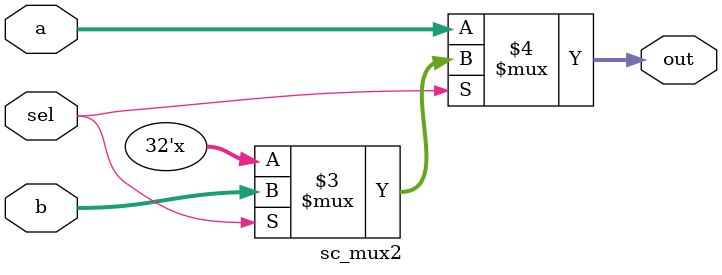
<source format=sv>
`timescale 1ns / 1ps

module sc_mux2 #(parameter N = 32)(
    input  logic [N-1:0] a, b,
    input  logic        sel,
    output logic [N-1:0] out
    );
    
    assign out = (sel == 0) ? a :
                 (sel == 1) ? b : 32'hx;
endmodule

</source>
